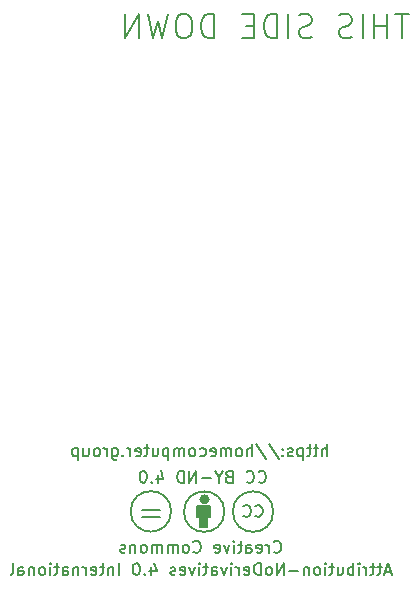
<source format=gbr>
%TF.GenerationSoftware,KiCad,Pcbnew,8.0.2*%
%TF.CreationDate,2024-05-01T18:58:11+02:00*%
%TF.ProjectId,OpenC64Cart,4f70656e-4336-4344-9361-72742e6b6963,2*%
%TF.SameCoordinates,Original*%
%TF.FileFunction,Legend,Bot*%
%TF.FilePolarity,Positive*%
%FSLAX46Y46*%
G04 Gerber Fmt 4.6, Leading zero omitted, Abs format (unit mm)*
G04 Created by KiCad (PCBNEW 8.0.2) date 2024-05-01 18:58:11*
%MOMM*%
%LPD*%
G01*
G04 APERTURE LIST*
%ADD10C,0.150000*%
%ADD11C,0.442151*%
G04 APERTURE END LIST*
D10*
X178950839Y-110474104D02*
X178474649Y-110474104D01*
X179046077Y-110759819D02*
X178712744Y-109759819D01*
X178712744Y-109759819D02*
X178379411Y-110759819D01*
X178188934Y-110093152D02*
X177807982Y-110093152D01*
X178046077Y-109759819D02*
X178046077Y-110616961D01*
X178046077Y-110616961D02*
X177998458Y-110712200D01*
X177998458Y-110712200D02*
X177903220Y-110759819D01*
X177903220Y-110759819D02*
X177807982Y-110759819D01*
X177617505Y-110093152D02*
X177236553Y-110093152D01*
X177474648Y-109759819D02*
X177474648Y-110616961D01*
X177474648Y-110616961D02*
X177427029Y-110712200D01*
X177427029Y-110712200D02*
X177331791Y-110759819D01*
X177331791Y-110759819D02*
X177236553Y-110759819D01*
X176903219Y-110759819D02*
X176903219Y-110093152D01*
X176903219Y-110283628D02*
X176855600Y-110188390D01*
X176855600Y-110188390D02*
X176807981Y-110140771D01*
X176807981Y-110140771D02*
X176712743Y-110093152D01*
X176712743Y-110093152D02*
X176617505Y-110093152D01*
X176284171Y-110759819D02*
X176284171Y-110093152D01*
X176284171Y-109759819D02*
X176331790Y-109807438D01*
X176331790Y-109807438D02*
X176284171Y-109855057D01*
X176284171Y-109855057D02*
X176236552Y-109807438D01*
X176236552Y-109807438D02*
X176284171Y-109759819D01*
X176284171Y-109759819D02*
X176284171Y-109855057D01*
X175807981Y-110759819D02*
X175807981Y-109759819D01*
X175807981Y-110140771D02*
X175712743Y-110093152D01*
X175712743Y-110093152D02*
X175522267Y-110093152D01*
X175522267Y-110093152D02*
X175427029Y-110140771D01*
X175427029Y-110140771D02*
X175379410Y-110188390D01*
X175379410Y-110188390D02*
X175331791Y-110283628D01*
X175331791Y-110283628D02*
X175331791Y-110569342D01*
X175331791Y-110569342D02*
X175379410Y-110664580D01*
X175379410Y-110664580D02*
X175427029Y-110712200D01*
X175427029Y-110712200D02*
X175522267Y-110759819D01*
X175522267Y-110759819D02*
X175712743Y-110759819D01*
X175712743Y-110759819D02*
X175807981Y-110712200D01*
X174474648Y-110093152D02*
X174474648Y-110759819D01*
X174903219Y-110093152D02*
X174903219Y-110616961D01*
X174903219Y-110616961D02*
X174855600Y-110712200D01*
X174855600Y-110712200D02*
X174760362Y-110759819D01*
X174760362Y-110759819D02*
X174617505Y-110759819D01*
X174617505Y-110759819D02*
X174522267Y-110712200D01*
X174522267Y-110712200D02*
X174474648Y-110664580D01*
X174141314Y-110093152D02*
X173760362Y-110093152D01*
X173998457Y-109759819D02*
X173998457Y-110616961D01*
X173998457Y-110616961D02*
X173950838Y-110712200D01*
X173950838Y-110712200D02*
X173855600Y-110759819D01*
X173855600Y-110759819D02*
X173760362Y-110759819D01*
X173427028Y-110759819D02*
X173427028Y-110093152D01*
X173427028Y-109759819D02*
X173474647Y-109807438D01*
X173474647Y-109807438D02*
X173427028Y-109855057D01*
X173427028Y-109855057D02*
X173379409Y-109807438D01*
X173379409Y-109807438D02*
X173427028Y-109759819D01*
X173427028Y-109759819D02*
X173427028Y-109855057D01*
X172807981Y-110759819D02*
X172903219Y-110712200D01*
X172903219Y-110712200D02*
X172950838Y-110664580D01*
X172950838Y-110664580D02*
X172998457Y-110569342D01*
X172998457Y-110569342D02*
X172998457Y-110283628D01*
X172998457Y-110283628D02*
X172950838Y-110188390D01*
X172950838Y-110188390D02*
X172903219Y-110140771D01*
X172903219Y-110140771D02*
X172807981Y-110093152D01*
X172807981Y-110093152D02*
X172665124Y-110093152D01*
X172665124Y-110093152D02*
X172569886Y-110140771D01*
X172569886Y-110140771D02*
X172522267Y-110188390D01*
X172522267Y-110188390D02*
X172474648Y-110283628D01*
X172474648Y-110283628D02*
X172474648Y-110569342D01*
X172474648Y-110569342D02*
X172522267Y-110664580D01*
X172522267Y-110664580D02*
X172569886Y-110712200D01*
X172569886Y-110712200D02*
X172665124Y-110759819D01*
X172665124Y-110759819D02*
X172807981Y-110759819D01*
X172046076Y-110093152D02*
X172046076Y-110759819D01*
X172046076Y-110188390D02*
X171998457Y-110140771D01*
X171998457Y-110140771D02*
X171903219Y-110093152D01*
X171903219Y-110093152D02*
X171760362Y-110093152D01*
X171760362Y-110093152D02*
X171665124Y-110140771D01*
X171665124Y-110140771D02*
X171617505Y-110236009D01*
X171617505Y-110236009D02*
X171617505Y-110759819D01*
X171141314Y-110378866D02*
X170379410Y-110378866D01*
X169903219Y-110759819D02*
X169903219Y-109759819D01*
X169903219Y-109759819D02*
X169331791Y-110759819D01*
X169331791Y-110759819D02*
X169331791Y-109759819D01*
X168712743Y-110759819D02*
X168807981Y-110712200D01*
X168807981Y-110712200D02*
X168855600Y-110664580D01*
X168855600Y-110664580D02*
X168903219Y-110569342D01*
X168903219Y-110569342D02*
X168903219Y-110283628D01*
X168903219Y-110283628D02*
X168855600Y-110188390D01*
X168855600Y-110188390D02*
X168807981Y-110140771D01*
X168807981Y-110140771D02*
X168712743Y-110093152D01*
X168712743Y-110093152D02*
X168569886Y-110093152D01*
X168569886Y-110093152D02*
X168474648Y-110140771D01*
X168474648Y-110140771D02*
X168427029Y-110188390D01*
X168427029Y-110188390D02*
X168379410Y-110283628D01*
X168379410Y-110283628D02*
X168379410Y-110569342D01*
X168379410Y-110569342D02*
X168427029Y-110664580D01*
X168427029Y-110664580D02*
X168474648Y-110712200D01*
X168474648Y-110712200D02*
X168569886Y-110759819D01*
X168569886Y-110759819D02*
X168712743Y-110759819D01*
X167950838Y-110759819D02*
X167950838Y-109759819D01*
X167950838Y-109759819D02*
X167712743Y-109759819D01*
X167712743Y-109759819D02*
X167569886Y-109807438D01*
X167569886Y-109807438D02*
X167474648Y-109902676D01*
X167474648Y-109902676D02*
X167427029Y-109997914D01*
X167427029Y-109997914D02*
X167379410Y-110188390D01*
X167379410Y-110188390D02*
X167379410Y-110331247D01*
X167379410Y-110331247D02*
X167427029Y-110521723D01*
X167427029Y-110521723D02*
X167474648Y-110616961D01*
X167474648Y-110616961D02*
X167569886Y-110712200D01*
X167569886Y-110712200D02*
X167712743Y-110759819D01*
X167712743Y-110759819D02*
X167950838Y-110759819D01*
X166569886Y-110712200D02*
X166665124Y-110759819D01*
X166665124Y-110759819D02*
X166855600Y-110759819D01*
X166855600Y-110759819D02*
X166950838Y-110712200D01*
X166950838Y-110712200D02*
X166998457Y-110616961D01*
X166998457Y-110616961D02*
X166998457Y-110236009D01*
X166998457Y-110236009D02*
X166950838Y-110140771D01*
X166950838Y-110140771D02*
X166855600Y-110093152D01*
X166855600Y-110093152D02*
X166665124Y-110093152D01*
X166665124Y-110093152D02*
X166569886Y-110140771D01*
X166569886Y-110140771D02*
X166522267Y-110236009D01*
X166522267Y-110236009D02*
X166522267Y-110331247D01*
X166522267Y-110331247D02*
X166998457Y-110426485D01*
X166093695Y-110759819D02*
X166093695Y-110093152D01*
X166093695Y-110283628D02*
X166046076Y-110188390D01*
X166046076Y-110188390D02*
X165998457Y-110140771D01*
X165998457Y-110140771D02*
X165903219Y-110093152D01*
X165903219Y-110093152D02*
X165807981Y-110093152D01*
X165474647Y-110759819D02*
X165474647Y-110093152D01*
X165474647Y-109759819D02*
X165522266Y-109807438D01*
X165522266Y-109807438D02*
X165474647Y-109855057D01*
X165474647Y-109855057D02*
X165427028Y-109807438D01*
X165427028Y-109807438D02*
X165474647Y-109759819D01*
X165474647Y-109759819D02*
X165474647Y-109855057D01*
X165093695Y-110093152D02*
X164855600Y-110759819D01*
X164855600Y-110759819D02*
X164617505Y-110093152D01*
X163807981Y-110759819D02*
X163807981Y-110236009D01*
X163807981Y-110236009D02*
X163855600Y-110140771D01*
X163855600Y-110140771D02*
X163950838Y-110093152D01*
X163950838Y-110093152D02*
X164141314Y-110093152D01*
X164141314Y-110093152D02*
X164236552Y-110140771D01*
X163807981Y-110712200D02*
X163903219Y-110759819D01*
X163903219Y-110759819D02*
X164141314Y-110759819D01*
X164141314Y-110759819D02*
X164236552Y-110712200D01*
X164236552Y-110712200D02*
X164284171Y-110616961D01*
X164284171Y-110616961D02*
X164284171Y-110521723D01*
X164284171Y-110521723D02*
X164236552Y-110426485D01*
X164236552Y-110426485D02*
X164141314Y-110378866D01*
X164141314Y-110378866D02*
X163903219Y-110378866D01*
X163903219Y-110378866D02*
X163807981Y-110331247D01*
X163474647Y-110093152D02*
X163093695Y-110093152D01*
X163331790Y-109759819D02*
X163331790Y-110616961D01*
X163331790Y-110616961D02*
X163284171Y-110712200D01*
X163284171Y-110712200D02*
X163188933Y-110759819D01*
X163188933Y-110759819D02*
X163093695Y-110759819D01*
X162760361Y-110759819D02*
X162760361Y-110093152D01*
X162760361Y-109759819D02*
X162807980Y-109807438D01*
X162807980Y-109807438D02*
X162760361Y-109855057D01*
X162760361Y-109855057D02*
X162712742Y-109807438D01*
X162712742Y-109807438D02*
X162760361Y-109759819D01*
X162760361Y-109759819D02*
X162760361Y-109855057D01*
X162379409Y-110093152D02*
X162141314Y-110759819D01*
X162141314Y-110759819D02*
X161903219Y-110093152D01*
X161141314Y-110712200D02*
X161236552Y-110759819D01*
X161236552Y-110759819D02*
X161427028Y-110759819D01*
X161427028Y-110759819D02*
X161522266Y-110712200D01*
X161522266Y-110712200D02*
X161569885Y-110616961D01*
X161569885Y-110616961D02*
X161569885Y-110236009D01*
X161569885Y-110236009D02*
X161522266Y-110140771D01*
X161522266Y-110140771D02*
X161427028Y-110093152D01*
X161427028Y-110093152D02*
X161236552Y-110093152D01*
X161236552Y-110093152D02*
X161141314Y-110140771D01*
X161141314Y-110140771D02*
X161093695Y-110236009D01*
X161093695Y-110236009D02*
X161093695Y-110331247D01*
X161093695Y-110331247D02*
X161569885Y-110426485D01*
X160712742Y-110712200D02*
X160617504Y-110759819D01*
X160617504Y-110759819D02*
X160427028Y-110759819D01*
X160427028Y-110759819D02*
X160331790Y-110712200D01*
X160331790Y-110712200D02*
X160284171Y-110616961D01*
X160284171Y-110616961D02*
X160284171Y-110569342D01*
X160284171Y-110569342D02*
X160331790Y-110474104D01*
X160331790Y-110474104D02*
X160427028Y-110426485D01*
X160427028Y-110426485D02*
X160569885Y-110426485D01*
X160569885Y-110426485D02*
X160665123Y-110378866D01*
X160665123Y-110378866D02*
X160712742Y-110283628D01*
X160712742Y-110283628D02*
X160712742Y-110236009D01*
X160712742Y-110236009D02*
X160665123Y-110140771D01*
X160665123Y-110140771D02*
X160569885Y-110093152D01*
X160569885Y-110093152D02*
X160427028Y-110093152D01*
X160427028Y-110093152D02*
X160331790Y-110140771D01*
X158665123Y-110093152D02*
X158665123Y-110759819D01*
X158903218Y-109712200D02*
X159141313Y-110426485D01*
X159141313Y-110426485D02*
X158522266Y-110426485D01*
X158141313Y-110664580D02*
X158093694Y-110712200D01*
X158093694Y-110712200D02*
X158141313Y-110759819D01*
X158141313Y-110759819D02*
X158188932Y-110712200D01*
X158188932Y-110712200D02*
X158141313Y-110664580D01*
X158141313Y-110664580D02*
X158141313Y-110759819D01*
X157474647Y-109759819D02*
X157379409Y-109759819D01*
X157379409Y-109759819D02*
X157284171Y-109807438D01*
X157284171Y-109807438D02*
X157236552Y-109855057D01*
X157236552Y-109855057D02*
X157188933Y-109950295D01*
X157188933Y-109950295D02*
X157141314Y-110140771D01*
X157141314Y-110140771D02*
X157141314Y-110378866D01*
X157141314Y-110378866D02*
X157188933Y-110569342D01*
X157188933Y-110569342D02*
X157236552Y-110664580D01*
X157236552Y-110664580D02*
X157284171Y-110712200D01*
X157284171Y-110712200D02*
X157379409Y-110759819D01*
X157379409Y-110759819D02*
X157474647Y-110759819D01*
X157474647Y-110759819D02*
X157569885Y-110712200D01*
X157569885Y-110712200D02*
X157617504Y-110664580D01*
X157617504Y-110664580D02*
X157665123Y-110569342D01*
X157665123Y-110569342D02*
X157712742Y-110378866D01*
X157712742Y-110378866D02*
X157712742Y-110140771D01*
X157712742Y-110140771D02*
X157665123Y-109950295D01*
X157665123Y-109950295D02*
X157617504Y-109855057D01*
X157617504Y-109855057D02*
X157569885Y-109807438D01*
X157569885Y-109807438D02*
X157474647Y-109759819D01*
X155950837Y-110759819D02*
X155950837Y-109759819D01*
X155474647Y-110093152D02*
X155474647Y-110759819D01*
X155474647Y-110188390D02*
X155427028Y-110140771D01*
X155427028Y-110140771D02*
X155331790Y-110093152D01*
X155331790Y-110093152D02*
X155188933Y-110093152D01*
X155188933Y-110093152D02*
X155093695Y-110140771D01*
X155093695Y-110140771D02*
X155046076Y-110236009D01*
X155046076Y-110236009D02*
X155046076Y-110759819D01*
X154712742Y-110093152D02*
X154331790Y-110093152D01*
X154569885Y-109759819D02*
X154569885Y-110616961D01*
X154569885Y-110616961D02*
X154522266Y-110712200D01*
X154522266Y-110712200D02*
X154427028Y-110759819D01*
X154427028Y-110759819D02*
X154331790Y-110759819D01*
X153617504Y-110712200D02*
X153712742Y-110759819D01*
X153712742Y-110759819D02*
X153903218Y-110759819D01*
X153903218Y-110759819D02*
X153998456Y-110712200D01*
X153998456Y-110712200D02*
X154046075Y-110616961D01*
X154046075Y-110616961D02*
X154046075Y-110236009D01*
X154046075Y-110236009D02*
X153998456Y-110140771D01*
X153998456Y-110140771D02*
X153903218Y-110093152D01*
X153903218Y-110093152D02*
X153712742Y-110093152D01*
X153712742Y-110093152D02*
X153617504Y-110140771D01*
X153617504Y-110140771D02*
X153569885Y-110236009D01*
X153569885Y-110236009D02*
X153569885Y-110331247D01*
X153569885Y-110331247D02*
X154046075Y-110426485D01*
X153141313Y-110759819D02*
X153141313Y-110093152D01*
X153141313Y-110283628D02*
X153093694Y-110188390D01*
X153093694Y-110188390D02*
X153046075Y-110140771D01*
X153046075Y-110140771D02*
X152950837Y-110093152D01*
X152950837Y-110093152D02*
X152855599Y-110093152D01*
X152522265Y-110093152D02*
X152522265Y-110759819D01*
X152522265Y-110188390D02*
X152474646Y-110140771D01*
X152474646Y-110140771D02*
X152379408Y-110093152D01*
X152379408Y-110093152D02*
X152236551Y-110093152D01*
X152236551Y-110093152D02*
X152141313Y-110140771D01*
X152141313Y-110140771D02*
X152093694Y-110236009D01*
X152093694Y-110236009D02*
X152093694Y-110759819D01*
X151188932Y-110759819D02*
X151188932Y-110236009D01*
X151188932Y-110236009D02*
X151236551Y-110140771D01*
X151236551Y-110140771D02*
X151331789Y-110093152D01*
X151331789Y-110093152D02*
X151522265Y-110093152D01*
X151522265Y-110093152D02*
X151617503Y-110140771D01*
X151188932Y-110712200D02*
X151284170Y-110759819D01*
X151284170Y-110759819D02*
X151522265Y-110759819D01*
X151522265Y-110759819D02*
X151617503Y-110712200D01*
X151617503Y-110712200D02*
X151665122Y-110616961D01*
X151665122Y-110616961D02*
X151665122Y-110521723D01*
X151665122Y-110521723D02*
X151617503Y-110426485D01*
X151617503Y-110426485D02*
X151522265Y-110378866D01*
X151522265Y-110378866D02*
X151284170Y-110378866D01*
X151284170Y-110378866D02*
X151188932Y-110331247D01*
X150855598Y-110093152D02*
X150474646Y-110093152D01*
X150712741Y-109759819D02*
X150712741Y-110616961D01*
X150712741Y-110616961D02*
X150665122Y-110712200D01*
X150665122Y-110712200D02*
X150569884Y-110759819D01*
X150569884Y-110759819D02*
X150474646Y-110759819D01*
X150141312Y-110759819D02*
X150141312Y-110093152D01*
X150141312Y-109759819D02*
X150188931Y-109807438D01*
X150188931Y-109807438D02*
X150141312Y-109855057D01*
X150141312Y-109855057D02*
X150093693Y-109807438D01*
X150093693Y-109807438D02*
X150141312Y-109759819D01*
X150141312Y-109759819D02*
X150141312Y-109855057D01*
X149522265Y-110759819D02*
X149617503Y-110712200D01*
X149617503Y-110712200D02*
X149665122Y-110664580D01*
X149665122Y-110664580D02*
X149712741Y-110569342D01*
X149712741Y-110569342D02*
X149712741Y-110283628D01*
X149712741Y-110283628D02*
X149665122Y-110188390D01*
X149665122Y-110188390D02*
X149617503Y-110140771D01*
X149617503Y-110140771D02*
X149522265Y-110093152D01*
X149522265Y-110093152D02*
X149379408Y-110093152D01*
X149379408Y-110093152D02*
X149284170Y-110140771D01*
X149284170Y-110140771D02*
X149236551Y-110188390D01*
X149236551Y-110188390D02*
X149188932Y-110283628D01*
X149188932Y-110283628D02*
X149188932Y-110569342D01*
X149188932Y-110569342D02*
X149236551Y-110664580D01*
X149236551Y-110664580D02*
X149284170Y-110712200D01*
X149284170Y-110712200D02*
X149379408Y-110759819D01*
X149379408Y-110759819D02*
X149522265Y-110759819D01*
X148760360Y-110093152D02*
X148760360Y-110759819D01*
X148760360Y-110188390D02*
X148712741Y-110140771D01*
X148712741Y-110140771D02*
X148617503Y-110093152D01*
X148617503Y-110093152D02*
X148474646Y-110093152D01*
X148474646Y-110093152D02*
X148379408Y-110140771D01*
X148379408Y-110140771D02*
X148331789Y-110236009D01*
X148331789Y-110236009D02*
X148331789Y-110759819D01*
X147427027Y-110759819D02*
X147427027Y-110236009D01*
X147427027Y-110236009D02*
X147474646Y-110140771D01*
X147474646Y-110140771D02*
X147569884Y-110093152D01*
X147569884Y-110093152D02*
X147760360Y-110093152D01*
X147760360Y-110093152D02*
X147855598Y-110140771D01*
X147427027Y-110712200D02*
X147522265Y-110759819D01*
X147522265Y-110759819D02*
X147760360Y-110759819D01*
X147760360Y-110759819D02*
X147855598Y-110712200D01*
X147855598Y-110712200D02*
X147903217Y-110616961D01*
X147903217Y-110616961D02*
X147903217Y-110521723D01*
X147903217Y-110521723D02*
X147855598Y-110426485D01*
X147855598Y-110426485D02*
X147760360Y-110378866D01*
X147760360Y-110378866D02*
X147522265Y-110378866D01*
X147522265Y-110378866D02*
X147427027Y-110331247D01*
X146807979Y-110759819D02*
X146903217Y-110712200D01*
X146903217Y-110712200D02*
X146950836Y-110616961D01*
X146950836Y-110616961D02*
X146950836Y-109759819D01*
X164882133Y-105390000D02*
G75*
G02*
X161457867Y-105390000I-1712133J0D01*
G01*
X161457867Y-105390000D02*
G75*
G02*
X164882133Y-105390000I1712133J0D01*
G01*
X162600000Y-104915000D02*
X163680000Y-104915000D01*
X163680000Y-105835000D01*
X162600000Y-105835000D01*
X162600000Y-104915000D01*
G36*
X162600000Y-104915000D02*
G01*
X163680000Y-104915000D01*
X163680000Y-105835000D01*
X162600000Y-105835000D01*
X162600000Y-104915000D01*
G37*
X160372133Y-105370000D02*
G75*
G02*
X156947867Y-105370000I-1712133J0D01*
G01*
X156947867Y-105370000D02*
G75*
G02*
X160372133Y-105370000I1712133J0D01*
G01*
X169022133Y-105390000D02*
G75*
G02*
X165597867Y-105390000I-1712133J0D01*
G01*
X165597867Y-105390000D02*
G75*
G02*
X169022133Y-105390000I1712133J0D01*
G01*
D11*
X163421075Y-104350000D02*
G75*
G02*
X162978925Y-104350000I-221075J0D01*
G01*
X162978925Y-104350000D02*
G75*
G02*
X163421075Y-104350000I221075J0D01*
G01*
D10*
X162800000Y-105740000D02*
X163440000Y-105740000D01*
X163440000Y-106660000D01*
X162800000Y-106660000D01*
X162800000Y-105740000D01*
G36*
X162800000Y-105740000D02*
G01*
X163440000Y-105740000D01*
X163440000Y-106660000D01*
X162800000Y-106660000D01*
X162800000Y-105740000D01*
G37*
X169071429Y-108769580D02*
X169119048Y-108817200D01*
X169119048Y-108817200D02*
X169261905Y-108864819D01*
X169261905Y-108864819D02*
X169357143Y-108864819D01*
X169357143Y-108864819D02*
X169500000Y-108817200D01*
X169500000Y-108817200D02*
X169595238Y-108721961D01*
X169595238Y-108721961D02*
X169642857Y-108626723D01*
X169642857Y-108626723D02*
X169690476Y-108436247D01*
X169690476Y-108436247D02*
X169690476Y-108293390D01*
X169690476Y-108293390D02*
X169642857Y-108102914D01*
X169642857Y-108102914D02*
X169595238Y-108007676D01*
X169595238Y-108007676D02*
X169500000Y-107912438D01*
X169500000Y-107912438D02*
X169357143Y-107864819D01*
X169357143Y-107864819D02*
X169261905Y-107864819D01*
X169261905Y-107864819D02*
X169119048Y-107912438D01*
X169119048Y-107912438D02*
X169071429Y-107960057D01*
X168642857Y-108864819D02*
X168642857Y-108198152D01*
X168642857Y-108388628D02*
X168595238Y-108293390D01*
X168595238Y-108293390D02*
X168547619Y-108245771D01*
X168547619Y-108245771D02*
X168452381Y-108198152D01*
X168452381Y-108198152D02*
X168357143Y-108198152D01*
X167642857Y-108817200D02*
X167738095Y-108864819D01*
X167738095Y-108864819D02*
X167928571Y-108864819D01*
X167928571Y-108864819D02*
X168023809Y-108817200D01*
X168023809Y-108817200D02*
X168071428Y-108721961D01*
X168071428Y-108721961D02*
X168071428Y-108341009D01*
X168071428Y-108341009D02*
X168023809Y-108245771D01*
X168023809Y-108245771D02*
X167928571Y-108198152D01*
X167928571Y-108198152D02*
X167738095Y-108198152D01*
X167738095Y-108198152D02*
X167642857Y-108245771D01*
X167642857Y-108245771D02*
X167595238Y-108341009D01*
X167595238Y-108341009D02*
X167595238Y-108436247D01*
X167595238Y-108436247D02*
X168071428Y-108531485D01*
X166738095Y-108864819D02*
X166738095Y-108341009D01*
X166738095Y-108341009D02*
X166785714Y-108245771D01*
X166785714Y-108245771D02*
X166880952Y-108198152D01*
X166880952Y-108198152D02*
X167071428Y-108198152D01*
X167071428Y-108198152D02*
X167166666Y-108245771D01*
X166738095Y-108817200D02*
X166833333Y-108864819D01*
X166833333Y-108864819D02*
X167071428Y-108864819D01*
X167071428Y-108864819D02*
X167166666Y-108817200D01*
X167166666Y-108817200D02*
X167214285Y-108721961D01*
X167214285Y-108721961D02*
X167214285Y-108626723D01*
X167214285Y-108626723D02*
X167166666Y-108531485D01*
X167166666Y-108531485D02*
X167071428Y-108483866D01*
X167071428Y-108483866D02*
X166833333Y-108483866D01*
X166833333Y-108483866D02*
X166738095Y-108436247D01*
X166404761Y-108198152D02*
X166023809Y-108198152D01*
X166261904Y-107864819D02*
X166261904Y-108721961D01*
X166261904Y-108721961D02*
X166214285Y-108817200D01*
X166214285Y-108817200D02*
X166119047Y-108864819D01*
X166119047Y-108864819D02*
X166023809Y-108864819D01*
X165690475Y-108864819D02*
X165690475Y-108198152D01*
X165690475Y-107864819D02*
X165738094Y-107912438D01*
X165738094Y-107912438D02*
X165690475Y-107960057D01*
X165690475Y-107960057D02*
X165642856Y-107912438D01*
X165642856Y-107912438D02*
X165690475Y-107864819D01*
X165690475Y-107864819D02*
X165690475Y-107960057D01*
X165309523Y-108198152D02*
X165071428Y-108864819D01*
X165071428Y-108864819D02*
X164833333Y-108198152D01*
X164071428Y-108817200D02*
X164166666Y-108864819D01*
X164166666Y-108864819D02*
X164357142Y-108864819D01*
X164357142Y-108864819D02*
X164452380Y-108817200D01*
X164452380Y-108817200D02*
X164499999Y-108721961D01*
X164499999Y-108721961D02*
X164499999Y-108341009D01*
X164499999Y-108341009D02*
X164452380Y-108245771D01*
X164452380Y-108245771D02*
X164357142Y-108198152D01*
X164357142Y-108198152D02*
X164166666Y-108198152D01*
X164166666Y-108198152D02*
X164071428Y-108245771D01*
X164071428Y-108245771D02*
X164023809Y-108341009D01*
X164023809Y-108341009D02*
X164023809Y-108436247D01*
X164023809Y-108436247D02*
X164499999Y-108531485D01*
X162261904Y-108769580D02*
X162309523Y-108817200D01*
X162309523Y-108817200D02*
X162452380Y-108864819D01*
X162452380Y-108864819D02*
X162547618Y-108864819D01*
X162547618Y-108864819D02*
X162690475Y-108817200D01*
X162690475Y-108817200D02*
X162785713Y-108721961D01*
X162785713Y-108721961D02*
X162833332Y-108626723D01*
X162833332Y-108626723D02*
X162880951Y-108436247D01*
X162880951Y-108436247D02*
X162880951Y-108293390D01*
X162880951Y-108293390D02*
X162833332Y-108102914D01*
X162833332Y-108102914D02*
X162785713Y-108007676D01*
X162785713Y-108007676D02*
X162690475Y-107912438D01*
X162690475Y-107912438D02*
X162547618Y-107864819D01*
X162547618Y-107864819D02*
X162452380Y-107864819D01*
X162452380Y-107864819D02*
X162309523Y-107912438D01*
X162309523Y-107912438D02*
X162261904Y-107960057D01*
X161690475Y-108864819D02*
X161785713Y-108817200D01*
X161785713Y-108817200D02*
X161833332Y-108769580D01*
X161833332Y-108769580D02*
X161880951Y-108674342D01*
X161880951Y-108674342D02*
X161880951Y-108388628D01*
X161880951Y-108388628D02*
X161833332Y-108293390D01*
X161833332Y-108293390D02*
X161785713Y-108245771D01*
X161785713Y-108245771D02*
X161690475Y-108198152D01*
X161690475Y-108198152D02*
X161547618Y-108198152D01*
X161547618Y-108198152D02*
X161452380Y-108245771D01*
X161452380Y-108245771D02*
X161404761Y-108293390D01*
X161404761Y-108293390D02*
X161357142Y-108388628D01*
X161357142Y-108388628D02*
X161357142Y-108674342D01*
X161357142Y-108674342D02*
X161404761Y-108769580D01*
X161404761Y-108769580D02*
X161452380Y-108817200D01*
X161452380Y-108817200D02*
X161547618Y-108864819D01*
X161547618Y-108864819D02*
X161690475Y-108864819D01*
X160928570Y-108864819D02*
X160928570Y-108198152D01*
X160928570Y-108293390D02*
X160880951Y-108245771D01*
X160880951Y-108245771D02*
X160785713Y-108198152D01*
X160785713Y-108198152D02*
X160642856Y-108198152D01*
X160642856Y-108198152D02*
X160547618Y-108245771D01*
X160547618Y-108245771D02*
X160499999Y-108341009D01*
X160499999Y-108341009D02*
X160499999Y-108864819D01*
X160499999Y-108341009D02*
X160452380Y-108245771D01*
X160452380Y-108245771D02*
X160357142Y-108198152D01*
X160357142Y-108198152D02*
X160214285Y-108198152D01*
X160214285Y-108198152D02*
X160119046Y-108245771D01*
X160119046Y-108245771D02*
X160071427Y-108341009D01*
X160071427Y-108341009D02*
X160071427Y-108864819D01*
X159595237Y-108864819D02*
X159595237Y-108198152D01*
X159595237Y-108293390D02*
X159547618Y-108245771D01*
X159547618Y-108245771D02*
X159452380Y-108198152D01*
X159452380Y-108198152D02*
X159309523Y-108198152D01*
X159309523Y-108198152D02*
X159214285Y-108245771D01*
X159214285Y-108245771D02*
X159166666Y-108341009D01*
X159166666Y-108341009D02*
X159166666Y-108864819D01*
X159166666Y-108341009D02*
X159119047Y-108245771D01*
X159119047Y-108245771D02*
X159023809Y-108198152D01*
X159023809Y-108198152D02*
X158880952Y-108198152D01*
X158880952Y-108198152D02*
X158785713Y-108245771D01*
X158785713Y-108245771D02*
X158738094Y-108341009D01*
X158738094Y-108341009D02*
X158738094Y-108864819D01*
X158119047Y-108864819D02*
X158214285Y-108817200D01*
X158214285Y-108817200D02*
X158261904Y-108769580D01*
X158261904Y-108769580D02*
X158309523Y-108674342D01*
X158309523Y-108674342D02*
X158309523Y-108388628D01*
X158309523Y-108388628D02*
X158261904Y-108293390D01*
X158261904Y-108293390D02*
X158214285Y-108245771D01*
X158214285Y-108245771D02*
X158119047Y-108198152D01*
X158119047Y-108198152D02*
X157976190Y-108198152D01*
X157976190Y-108198152D02*
X157880952Y-108245771D01*
X157880952Y-108245771D02*
X157833333Y-108293390D01*
X157833333Y-108293390D02*
X157785714Y-108388628D01*
X157785714Y-108388628D02*
X157785714Y-108674342D01*
X157785714Y-108674342D02*
X157833333Y-108769580D01*
X157833333Y-108769580D02*
X157880952Y-108817200D01*
X157880952Y-108817200D02*
X157976190Y-108864819D01*
X157976190Y-108864819D02*
X158119047Y-108864819D01*
X157357142Y-108198152D02*
X157357142Y-108864819D01*
X157357142Y-108293390D02*
X157309523Y-108245771D01*
X157309523Y-108245771D02*
X157214285Y-108198152D01*
X157214285Y-108198152D02*
X157071428Y-108198152D01*
X157071428Y-108198152D02*
X156976190Y-108245771D01*
X156976190Y-108245771D02*
X156928571Y-108341009D01*
X156928571Y-108341009D02*
X156928571Y-108864819D01*
X156499999Y-108817200D02*
X156404761Y-108864819D01*
X156404761Y-108864819D02*
X156214285Y-108864819D01*
X156214285Y-108864819D02*
X156119047Y-108817200D01*
X156119047Y-108817200D02*
X156071428Y-108721961D01*
X156071428Y-108721961D02*
X156071428Y-108674342D01*
X156071428Y-108674342D02*
X156119047Y-108579104D01*
X156119047Y-108579104D02*
X156214285Y-108531485D01*
X156214285Y-108531485D02*
X156357142Y-108531485D01*
X156357142Y-108531485D02*
X156452380Y-108483866D01*
X156452380Y-108483866D02*
X156499999Y-108388628D01*
X156499999Y-108388628D02*
X156499999Y-108341009D01*
X156499999Y-108341009D02*
X156452380Y-108245771D01*
X156452380Y-108245771D02*
X156357142Y-108198152D01*
X156357142Y-108198152D02*
X156214285Y-108198152D01*
X156214285Y-108198152D02*
X156119047Y-108245771D01*
X180492857Y-63287438D02*
X179350000Y-63287438D01*
X179921429Y-65287438D02*
X179921429Y-63287438D01*
X178683333Y-65287438D02*
X178683333Y-63287438D01*
X178683333Y-64239819D02*
X177540476Y-64239819D01*
X177540476Y-65287438D02*
X177540476Y-63287438D01*
X176588095Y-65287438D02*
X176588095Y-63287438D01*
X175730952Y-65192200D02*
X175445238Y-65287438D01*
X175445238Y-65287438D02*
X174969047Y-65287438D01*
X174969047Y-65287438D02*
X174778571Y-65192200D01*
X174778571Y-65192200D02*
X174683333Y-65096961D01*
X174683333Y-65096961D02*
X174588095Y-64906485D01*
X174588095Y-64906485D02*
X174588095Y-64716009D01*
X174588095Y-64716009D02*
X174683333Y-64525533D01*
X174683333Y-64525533D02*
X174778571Y-64430295D01*
X174778571Y-64430295D02*
X174969047Y-64335057D01*
X174969047Y-64335057D02*
X175350000Y-64239819D01*
X175350000Y-64239819D02*
X175540476Y-64144580D01*
X175540476Y-64144580D02*
X175635714Y-64049342D01*
X175635714Y-64049342D02*
X175730952Y-63858866D01*
X175730952Y-63858866D02*
X175730952Y-63668390D01*
X175730952Y-63668390D02*
X175635714Y-63477914D01*
X175635714Y-63477914D02*
X175540476Y-63382676D01*
X175540476Y-63382676D02*
X175350000Y-63287438D01*
X175350000Y-63287438D02*
X174873809Y-63287438D01*
X174873809Y-63287438D02*
X174588095Y-63382676D01*
X172302380Y-65192200D02*
X172016666Y-65287438D01*
X172016666Y-65287438D02*
X171540475Y-65287438D01*
X171540475Y-65287438D02*
X171349999Y-65192200D01*
X171349999Y-65192200D02*
X171254761Y-65096961D01*
X171254761Y-65096961D02*
X171159523Y-64906485D01*
X171159523Y-64906485D02*
X171159523Y-64716009D01*
X171159523Y-64716009D02*
X171254761Y-64525533D01*
X171254761Y-64525533D02*
X171349999Y-64430295D01*
X171349999Y-64430295D02*
X171540475Y-64335057D01*
X171540475Y-64335057D02*
X171921428Y-64239819D01*
X171921428Y-64239819D02*
X172111904Y-64144580D01*
X172111904Y-64144580D02*
X172207142Y-64049342D01*
X172207142Y-64049342D02*
X172302380Y-63858866D01*
X172302380Y-63858866D02*
X172302380Y-63668390D01*
X172302380Y-63668390D02*
X172207142Y-63477914D01*
X172207142Y-63477914D02*
X172111904Y-63382676D01*
X172111904Y-63382676D02*
X171921428Y-63287438D01*
X171921428Y-63287438D02*
X171445237Y-63287438D01*
X171445237Y-63287438D02*
X171159523Y-63382676D01*
X170302380Y-65287438D02*
X170302380Y-63287438D01*
X169349999Y-65287438D02*
X169349999Y-63287438D01*
X169349999Y-63287438D02*
X168873809Y-63287438D01*
X168873809Y-63287438D02*
X168588094Y-63382676D01*
X168588094Y-63382676D02*
X168397618Y-63573152D01*
X168397618Y-63573152D02*
X168302380Y-63763628D01*
X168302380Y-63763628D02*
X168207142Y-64144580D01*
X168207142Y-64144580D02*
X168207142Y-64430295D01*
X168207142Y-64430295D02*
X168302380Y-64811247D01*
X168302380Y-64811247D02*
X168397618Y-65001723D01*
X168397618Y-65001723D02*
X168588094Y-65192200D01*
X168588094Y-65192200D02*
X168873809Y-65287438D01*
X168873809Y-65287438D02*
X169349999Y-65287438D01*
X167349999Y-64239819D02*
X166683332Y-64239819D01*
X166397618Y-65287438D02*
X167349999Y-65287438D01*
X167349999Y-65287438D02*
X167349999Y-63287438D01*
X167349999Y-63287438D02*
X166397618Y-63287438D01*
X164016665Y-65287438D02*
X164016665Y-63287438D01*
X164016665Y-63287438D02*
X163540475Y-63287438D01*
X163540475Y-63287438D02*
X163254760Y-63382676D01*
X163254760Y-63382676D02*
X163064284Y-63573152D01*
X163064284Y-63573152D02*
X162969046Y-63763628D01*
X162969046Y-63763628D02*
X162873808Y-64144580D01*
X162873808Y-64144580D02*
X162873808Y-64430295D01*
X162873808Y-64430295D02*
X162969046Y-64811247D01*
X162969046Y-64811247D02*
X163064284Y-65001723D01*
X163064284Y-65001723D02*
X163254760Y-65192200D01*
X163254760Y-65192200D02*
X163540475Y-65287438D01*
X163540475Y-65287438D02*
X164016665Y-65287438D01*
X161635713Y-63287438D02*
X161254760Y-63287438D01*
X161254760Y-63287438D02*
X161064284Y-63382676D01*
X161064284Y-63382676D02*
X160873808Y-63573152D01*
X160873808Y-63573152D02*
X160778570Y-63954104D01*
X160778570Y-63954104D02*
X160778570Y-64620771D01*
X160778570Y-64620771D02*
X160873808Y-65001723D01*
X160873808Y-65001723D02*
X161064284Y-65192200D01*
X161064284Y-65192200D02*
X161254760Y-65287438D01*
X161254760Y-65287438D02*
X161635713Y-65287438D01*
X161635713Y-65287438D02*
X161826189Y-65192200D01*
X161826189Y-65192200D02*
X162016665Y-65001723D01*
X162016665Y-65001723D02*
X162111903Y-64620771D01*
X162111903Y-64620771D02*
X162111903Y-63954104D01*
X162111903Y-63954104D02*
X162016665Y-63573152D01*
X162016665Y-63573152D02*
X161826189Y-63382676D01*
X161826189Y-63382676D02*
X161635713Y-63287438D01*
X160111903Y-63287438D02*
X159635713Y-65287438D01*
X159635713Y-65287438D02*
X159254760Y-63858866D01*
X159254760Y-63858866D02*
X158873808Y-65287438D01*
X158873808Y-65287438D02*
X158397618Y-63287438D01*
X157635713Y-65287438D02*
X157635713Y-63287438D01*
X157635713Y-63287438D02*
X156492856Y-65287438D01*
X156492856Y-65287438D02*
X156492856Y-63287438D01*
X167774285Y-102849580D02*
X167821904Y-102897200D01*
X167821904Y-102897200D02*
X167964761Y-102944819D01*
X167964761Y-102944819D02*
X168059999Y-102944819D01*
X168059999Y-102944819D02*
X168202856Y-102897200D01*
X168202856Y-102897200D02*
X168298094Y-102801961D01*
X168298094Y-102801961D02*
X168345713Y-102706723D01*
X168345713Y-102706723D02*
X168393332Y-102516247D01*
X168393332Y-102516247D02*
X168393332Y-102373390D01*
X168393332Y-102373390D02*
X168345713Y-102182914D01*
X168345713Y-102182914D02*
X168298094Y-102087676D01*
X168298094Y-102087676D02*
X168202856Y-101992438D01*
X168202856Y-101992438D02*
X168059999Y-101944819D01*
X168059999Y-101944819D02*
X167964761Y-101944819D01*
X167964761Y-101944819D02*
X167821904Y-101992438D01*
X167821904Y-101992438D02*
X167774285Y-102040057D01*
X166774285Y-102849580D02*
X166821904Y-102897200D01*
X166821904Y-102897200D02*
X166964761Y-102944819D01*
X166964761Y-102944819D02*
X167059999Y-102944819D01*
X167059999Y-102944819D02*
X167202856Y-102897200D01*
X167202856Y-102897200D02*
X167298094Y-102801961D01*
X167298094Y-102801961D02*
X167345713Y-102706723D01*
X167345713Y-102706723D02*
X167393332Y-102516247D01*
X167393332Y-102516247D02*
X167393332Y-102373390D01*
X167393332Y-102373390D02*
X167345713Y-102182914D01*
X167345713Y-102182914D02*
X167298094Y-102087676D01*
X167298094Y-102087676D02*
X167202856Y-101992438D01*
X167202856Y-101992438D02*
X167059999Y-101944819D01*
X167059999Y-101944819D02*
X166964761Y-101944819D01*
X166964761Y-101944819D02*
X166821904Y-101992438D01*
X166821904Y-101992438D02*
X166774285Y-102040057D01*
X165250475Y-102421009D02*
X165107618Y-102468628D01*
X165107618Y-102468628D02*
X165059999Y-102516247D01*
X165059999Y-102516247D02*
X165012380Y-102611485D01*
X165012380Y-102611485D02*
X165012380Y-102754342D01*
X165012380Y-102754342D02*
X165059999Y-102849580D01*
X165059999Y-102849580D02*
X165107618Y-102897200D01*
X165107618Y-102897200D02*
X165202856Y-102944819D01*
X165202856Y-102944819D02*
X165583808Y-102944819D01*
X165583808Y-102944819D02*
X165583808Y-101944819D01*
X165583808Y-101944819D02*
X165250475Y-101944819D01*
X165250475Y-101944819D02*
X165155237Y-101992438D01*
X165155237Y-101992438D02*
X165107618Y-102040057D01*
X165107618Y-102040057D02*
X165059999Y-102135295D01*
X165059999Y-102135295D02*
X165059999Y-102230533D01*
X165059999Y-102230533D02*
X165107618Y-102325771D01*
X165107618Y-102325771D02*
X165155237Y-102373390D01*
X165155237Y-102373390D02*
X165250475Y-102421009D01*
X165250475Y-102421009D02*
X165583808Y-102421009D01*
X164393332Y-102468628D02*
X164393332Y-102944819D01*
X164726665Y-101944819D02*
X164393332Y-102468628D01*
X164393332Y-102468628D02*
X164059999Y-101944819D01*
X163726665Y-102563866D02*
X162964761Y-102563866D01*
X162488570Y-102944819D02*
X162488570Y-101944819D01*
X162488570Y-101944819D02*
X161917142Y-102944819D01*
X161917142Y-102944819D02*
X161917142Y-101944819D01*
X161440951Y-102944819D02*
X161440951Y-101944819D01*
X161440951Y-101944819D02*
X161202856Y-101944819D01*
X161202856Y-101944819D02*
X161059999Y-101992438D01*
X161059999Y-101992438D02*
X160964761Y-102087676D01*
X160964761Y-102087676D02*
X160917142Y-102182914D01*
X160917142Y-102182914D02*
X160869523Y-102373390D01*
X160869523Y-102373390D02*
X160869523Y-102516247D01*
X160869523Y-102516247D02*
X160917142Y-102706723D01*
X160917142Y-102706723D02*
X160964761Y-102801961D01*
X160964761Y-102801961D02*
X161059999Y-102897200D01*
X161059999Y-102897200D02*
X161202856Y-102944819D01*
X161202856Y-102944819D02*
X161440951Y-102944819D01*
X159250475Y-102278152D02*
X159250475Y-102944819D01*
X159488570Y-101897200D02*
X159726665Y-102611485D01*
X159726665Y-102611485D02*
X159107618Y-102611485D01*
X158726665Y-102849580D02*
X158679046Y-102897200D01*
X158679046Y-102897200D02*
X158726665Y-102944819D01*
X158726665Y-102944819D02*
X158774284Y-102897200D01*
X158774284Y-102897200D02*
X158726665Y-102849580D01*
X158726665Y-102849580D02*
X158726665Y-102944819D01*
X158059999Y-101944819D02*
X157964761Y-101944819D01*
X157964761Y-101944819D02*
X157869523Y-101992438D01*
X157869523Y-101992438D02*
X157821904Y-102040057D01*
X157821904Y-102040057D02*
X157774285Y-102135295D01*
X157774285Y-102135295D02*
X157726666Y-102325771D01*
X157726666Y-102325771D02*
X157726666Y-102563866D01*
X157726666Y-102563866D02*
X157774285Y-102754342D01*
X157774285Y-102754342D02*
X157821904Y-102849580D01*
X157821904Y-102849580D02*
X157869523Y-102897200D01*
X157869523Y-102897200D02*
X157964761Y-102944819D01*
X157964761Y-102944819D02*
X158059999Y-102944819D01*
X158059999Y-102944819D02*
X158155237Y-102897200D01*
X158155237Y-102897200D02*
X158202856Y-102849580D01*
X158202856Y-102849580D02*
X158250475Y-102754342D01*
X158250475Y-102754342D02*
X158298094Y-102563866D01*
X158298094Y-102563866D02*
X158298094Y-102325771D01*
X158298094Y-102325771D02*
X158250475Y-102135295D01*
X158250475Y-102135295D02*
X158202856Y-102040057D01*
X158202856Y-102040057D02*
X158155237Y-101992438D01*
X158155237Y-101992438D02*
X158059999Y-101944819D01*
X167500476Y-105749580D02*
X167548095Y-105797200D01*
X167548095Y-105797200D02*
X167690952Y-105844819D01*
X167690952Y-105844819D02*
X167786190Y-105844819D01*
X167786190Y-105844819D02*
X167929047Y-105797200D01*
X167929047Y-105797200D02*
X168024285Y-105701961D01*
X168024285Y-105701961D02*
X168071904Y-105606723D01*
X168071904Y-105606723D02*
X168119523Y-105416247D01*
X168119523Y-105416247D02*
X168119523Y-105273390D01*
X168119523Y-105273390D02*
X168071904Y-105082914D01*
X168071904Y-105082914D02*
X168024285Y-104987676D01*
X168024285Y-104987676D02*
X167929047Y-104892438D01*
X167929047Y-104892438D02*
X167786190Y-104844819D01*
X167786190Y-104844819D02*
X167690952Y-104844819D01*
X167690952Y-104844819D02*
X167548095Y-104892438D01*
X167548095Y-104892438D02*
X167500476Y-104940057D01*
X166500476Y-105749580D02*
X166548095Y-105797200D01*
X166548095Y-105797200D02*
X166690952Y-105844819D01*
X166690952Y-105844819D02*
X166786190Y-105844819D01*
X166786190Y-105844819D02*
X166929047Y-105797200D01*
X166929047Y-105797200D02*
X167024285Y-105701961D01*
X167024285Y-105701961D02*
X167071904Y-105606723D01*
X167071904Y-105606723D02*
X167119523Y-105416247D01*
X167119523Y-105416247D02*
X167119523Y-105273390D01*
X167119523Y-105273390D02*
X167071904Y-105082914D01*
X167071904Y-105082914D02*
X167024285Y-104987676D01*
X167024285Y-104987676D02*
X166929047Y-104892438D01*
X166929047Y-104892438D02*
X166786190Y-104844819D01*
X166786190Y-104844819D02*
X166690952Y-104844819D01*
X166690952Y-104844819D02*
X166548095Y-104892438D01*
X166548095Y-104892438D02*
X166500476Y-104940057D01*
X159421904Y-105239819D02*
X157898095Y-105239819D01*
X157898095Y-105811247D02*
X159421904Y-105811247D01*
X173573220Y-100689819D02*
X173573220Y-99689819D01*
X173144649Y-100689819D02*
X173144649Y-100166009D01*
X173144649Y-100166009D02*
X173192268Y-100070771D01*
X173192268Y-100070771D02*
X173287506Y-100023152D01*
X173287506Y-100023152D02*
X173430363Y-100023152D01*
X173430363Y-100023152D02*
X173525601Y-100070771D01*
X173525601Y-100070771D02*
X173573220Y-100118390D01*
X172811315Y-100023152D02*
X172430363Y-100023152D01*
X172668458Y-99689819D02*
X172668458Y-100546961D01*
X172668458Y-100546961D02*
X172620839Y-100642200D01*
X172620839Y-100642200D02*
X172525601Y-100689819D01*
X172525601Y-100689819D02*
X172430363Y-100689819D01*
X172239886Y-100023152D02*
X171858934Y-100023152D01*
X172097029Y-99689819D02*
X172097029Y-100546961D01*
X172097029Y-100546961D02*
X172049410Y-100642200D01*
X172049410Y-100642200D02*
X171954172Y-100689819D01*
X171954172Y-100689819D02*
X171858934Y-100689819D01*
X171525600Y-100023152D02*
X171525600Y-101023152D01*
X171525600Y-100070771D02*
X171430362Y-100023152D01*
X171430362Y-100023152D02*
X171239886Y-100023152D01*
X171239886Y-100023152D02*
X171144648Y-100070771D01*
X171144648Y-100070771D02*
X171097029Y-100118390D01*
X171097029Y-100118390D02*
X171049410Y-100213628D01*
X171049410Y-100213628D02*
X171049410Y-100499342D01*
X171049410Y-100499342D02*
X171097029Y-100594580D01*
X171097029Y-100594580D02*
X171144648Y-100642200D01*
X171144648Y-100642200D02*
X171239886Y-100689819D01*
X171239886Y-100689819D02*
X171430362Y-100689819D01*
X171430362Y-100689819D02*
X171525600Y-100642200D01*
X170668457Y-100642200D02*
X170573219Y-100689819D01*
X170573219Y-100689819D02*
X170382743Y-100689819D01*
X170382743Y-100689819D02*
X170287505Y-100642200D01*
X170287505Y-100642200D02*
X170239886Y-100546961D01*
X170239886Y-100546961D02*
X170239886Y-100499342D01*
X170239886Y-100499342D02*
X170287505Y-100404104D01*
X170287505Y-100404104D02*
X170382743Y-100356485D01*
X170382743Y-100356485D02*
X170525600Y-100356485D01*
X170525600Y-100356485D02*
X170620838Y-100308866D01*
X170620838Y-100308866D02*
X170668457Y-100213628D01*
X170668457Y-100213628D02*
X170668457Y-100166009D01*
X170668457Y-100166009D02*
X170620838Y-100070771D01*
X170620838Y-100070771D02*
X170525600Y-100023152D01*
X170525600Y-100023152D02*
X170382743Y-100023152D01*
X170382743Y-100023152D02*
X170287505Y-100070771D01*
X169811314Y-100594580D02*
X169763695Y-100642200D01*
X169763695Y-100642200D02*
X169811314Y-100689819D01*
X169811314Y-100689819D02*
X169858933Y-100642200D01*
X169858933Y-100642200D02*
X169811314Y-100594580D01*
X169811314Y-100594580D02*
X169811314Y-100689819D01*
X169811314Y-100070771D02*
X169763695Y-100118390D01*
X169763695Y-100118390D02*
X169811314Y-100166009D01*
X169811314Y-100166009D02*
X169858933Y-100118390D01*
X169858933Y-100118390D02*
X169811314Y-100070771D01*
X169811314Y-100070771D02*
X169811314Y-100166009D01*
X168620839Y-99642200D02*
X169477981Y-100927914D01*
X167573220Y-99642200D02*
X168430362Y-100927914D01*
X167239886Y-100689819D02*
X167239886Y-99689819D01*
X166811315Y-100689819D02*
X166811315Y-100166009D01*
X166811315Y-100166009D02*
X166858934Y-100070771D01*
X166858934Y-100070771D02*
X166954172Y-100023152D01*
X166954172Y-100023152D02*
X167097029Y-100023152D01*
X167097029Y-100023152D02*
X167192267Y-100070771D01*
X167192267Y-100070771D02*
X167239886Y-100118390D01*
X166192267Y-100689819D02*
X166287505Y-100642200D01*
X166287505Y-100642200D02*
X166335124Y-100594580D01*
X166335124Y-100594580D02*
X166382743Y-100499342D01*
X166382743Y-100499342D02*
X166382743Y-100213628D01*
X166382743Y-100213628D02*
X166335124Y-100118390D01*
X166335124Y-100118390D02*
X166287505Y-100070771D01*
X166287505Y-100070771D02*
X166192267Y-100023152D01*
X166192267Y-100023152D02*
X166049410Y-100023152D01*
X166049410Y-100023152D02*
X165954172Y-100070771D01*
X165954172Y-100070771D02*
X165906553Y-100118390D01*
X165906553Y-100118390D02*
X165858934Y-100213628D01*
X165858934Y-100213628D02*
X165858934Y-100499342D01*
X165858934Y-100499342D02*
X165906553Y-100594580D01*
X165906553Y-100594580D02*
X165954172Y-100642200D01*
X165954172Y-100642200D02*
X166049410Y-100689819D01*
X166049410Y-100689819D02*
X166192267Y-100689819D01*
X165430362Y-100689819D02*
X165430362Y-100023152D01*
X165430362Y-100118390D02*
X165382743Y-100070771D01*
X165382743Y-100070771D02*
X165287505Y-100023152D01*
X165287505Y-100023152D02*
X165144648Y-100023152D01*
X165144648Y-100023152D02*
X165049410Y-100070771D01*
X165049410Y-100070771D02*
X165001791Y-100166009D01*
X165001791Y-100166009D02*
X165001791Y-100689819D01*
X165001791Y-100166009D02*
X164954172Y-100070771D01*
X164954172Y-100070771D02*
X164858934Y-100023152D01*
X164858934Y-100023152D02*
X164716077Y-100023152D01*
X164716077Y-100023152D02*
X164620838Y-100070771D01*
X164620838Y-100070771D02*
X164573219Y-100166009D01*
X164573219Y-100166009D02*
X164573219Y-100689819D01*
X163716077Y-100642200D02*
X163811315Y-100689819D01*
X163811315Y-100689819D02*
X164001791Y-100689819D01*
X164001791Y-100689819D02*
X164097029Y-100642200D01*
X164097029Y-100642200D02*
X164144648Y-100546961D01*
X164144648Y-100546961D02*
X164144648Y-100166009D01*
X164144648Y-100166009D02*
X164097029Y-100070771D01*
X164097029Y-100070771D02*
X164001791Y-100023152D01*
X164001791Y-100023152D02*
X163811315Y-100023152D01*
X163811315Y-100023152D02*
X163716077Y-100070771D01*
X163716077Y-100070771D02*
X163668458Y-100166009D01*
X163668458Y-100166009D02*
X163668458Y-100261247D01*
X163668458Y-100261247D02*
X164144648Y-100356485D01*
X162811315Y-100642200D02*
X162906553Y-100689819D01*
X162906553Y-100689819D02*
X163097029Y-100689819D01*
X163097029Y-100689819D02*
X163192267Y-100642200D01*
X163192267Y-100642200D02*
X163239886Y-100594580D01*
X163239886Y-100594580D02*
X163287505Y-100499342D01*
X163287505Y-100499342D02*
X163287505Y-100213628D01*
X163287505Y-100213628D02*
X163239886Y-100118390D01*
X163239886Y-100118390D02*
X163192267Y-100070771D01*
X163192267Y-100070771D02*
X163097029Y-100023152D01*
X163097029Y-100023152D02*
X162906553Y-100023152D01*
X162906553Y-100023152D02*
X162811315Y-100070771D01*
X162239886Y-100689819D02*
X162335124Y-100642200D01*
X162335124Y-100642200D02*
X162382743Y-100594580D01*
X162382743Y-100594580D02*
X162430362Y-100499342D01*
X162430362Y-100499342D02*
X162430362Y-100213628D01*
X162430362Y-100213628D02*
X162382743Y-100118390D01*
X162382743Y-100118390D02*
X162335124Y-100070771D01*
X162335124Y-100070771D02*
X162239886Y-100023152D01*
X162239886Y-100023152D02*
X162097029Y-100023152D01*
X162097029Y-100023152D02*
X162001791Y-100070771D01*
X162001791Y-100070771D02*
X161954172Y-100118390D01*
X161954172Y-100118390D02*
X161906553Y-100213628D01*
X161906553Y-100213628D02*
X161906553Y-100499342D01*
X161906553Y-100499342D02*
X161954172Y-100594580D01*
X161954172Y-100594580D02*
X162001791Y-100642200D01*
X162001791Y-100642200D02*
X162097029Y-100689819D01*
X162097029Y-100689819D02*
X162239886Y-100689819D01*
X161477981Y-100689819D02*
X161477981Y-100023152D01*
X161477981Y-100118390D02*
X161430362Y-100070771D01*
X161430362Y-100070771D02*
X161335124Y-100023152D01*
X161335124Y-100023152D02*
X161192267Y-100023152D01*
X161192267Y-100023152D02*
X161097029Y-100070771D01*
X161097029Y-100070771D02*
X161049410Y-100166009D01*
X161049410Y-100166009D02*
X161049410Y-100689819D01*
X161049410Y-100166009D02*
X161001791Y-100070771D01*
X161001791Y-100070771D02*
X160906553Y-100023152D01*
X160906553Y-100023152D02*
X160763696Y-100023152D01*
X160763696Y-100023152D02*
X160668457Y-100070771D01*
X160668457Y-100070771D02*
X160620838Y-100166009D01*
X160620838Y-100166009D02*
X160620838Y-100689819D01*
X160144648Y-100023152D02*
X160144648Y-101023152D01*
X160144648Y-100070771D02*
X160049410Y-100023152D01*
X160049410Y-100023152D02*
X159858934Y-100023152D01*
X159858934Y-100023152D02*
X159763696Y-100070771D01*
X159763696Y-100070771D02*
X159716077Y-100118390D01*
X159716077Y-100118390D02*
X159668458Y-100213628D01*
X159668458Y-100213628D02*
X159668458Y-100499342D01*
X159668458Y-100499342D02*
X159716077Y-100594580D01*
X159716077Y-100594580D02*
X159763696Y-100642200D01*
X159763696Y-100642200D02*
X159858934Y-100689819D01*
X159858934Y-100689819D02*
X160049410Y-100689819D01*
X160049410Y-100689819D02*
X160144648Y-100642200D01*
X158811315Y-100023152D02*
X158811315Y-100689819D01*
X159239886Y-100023152D02*
X159239886Y-100546961D01*
X159239886Y-100546961D02*
X159192267Y-100642200D01*
X159192267Y-100642200D02*
X159097029Y-100689819D01*
X159097029Y-100689819D02*
X158954172Y-100689819D01*
X158954172Y-100689819D02*
X158858934Y-100642200D01*
X158858934Y-100642200D02*
X158811315Y-100594580D01*
X158477981Y-100023152D02*
X158097029Y-100023152D01*
X158335124Y-99689819D02*
X158335124Y-100546961D01*
X158335124Y-100546961D02*
X158287505Y-100642200D01*
X158287505Y-100642200D02*
X158192267Y-100689819D01*
X158192267Y-100689819D02*
X158097029Y-100689819D01*
X157382743Y-100642200D02*
X157477981Y-100689819D01*
X157477981Y-100689819D02*
X157668457Y-100689819D01*
X157668457Y-100689819D02*
X157763695Y-100642200D01*
X157763695Y-100642200D02*
X157811314Y-100546961D01*
X157811314Y-100546961D02*
X157811314Y-100166009D01*
X157811314Y-100166009D02*
X157763695Y-100070771D01*
X157763695Y-100070771D02*
X157668457Y-100023152D01*
X157668457Y-100023152D02*
X157477981Y-100023152D01*
X157477981Y-100023152D02*
X157382743Y-100070771D01*
X157382743Y-100070771D02*
X157335124Y-100166009D01*
X157335124Y-100166009D02*
X157335124Y-100261247D01*
X157335124Y-100261247D02*
X157811314Y-100356485D01*
X156906552Y-100689819D02*
X156906552Y-100023152D01*
X156906552Y-100213628D02*
X156858933Y-100118390D01*
X156858933Y-100118390D02*
X156811314Y-100070771D01*
X156811314Y-100070771D02*
X156716076Y-100023152D01*
X156716076Y-100023152D02*
X156620838Y-100023152D01*
X156287504Y-100594580D02*
X156239885Y-100642200D01*
X156239885Y-100642200D02*
X156287504Y-100689819D01*
X156287504Y-100689819D02*
X156335123Y-100642200D01*
X156335123Y-100642200D02*
X156287504Y-100594580D01*
X156287504Y-100594580D02*
X156287504Y-100689819D01*
X155382743Y-100023152D02*
X155382743Y-100832676D01*
X155382743Y-100832676D02*
X155430362Y-100927914D01*
X155430362Y-100927914D02*
X155477981Y-100975533D01*
X155477981Y-100975533D02*
X155573219Y-101023152D01*
X155573219Y-101023152D02*
X155716076Y-101023152D01*
X155716076Y-101023152D02*
X155811314Y-100975533D01*
X155382743Y-100642200D02*
X155477981Y-100689819D01*
X155477981Y-100689819D02*
X155668457Y-100689819D01*
X155668457Y-100689819D02*
X155763695Y-100642200D01*
X155763695Y-100642200D02*
X155811314Y-100594580D01*
X155811314Y-100594580D02*
X155858933Y-100499342D01*
X155858933Y-100499342D02*
X155858933Y-100213628D01*
X155858933Y-100213628D02*
X155811314Y-100118390D01*
X155811314Y-100118390D02*
X155763695Y-100070771D01*
X155763695Y-100070771D02*
X155668457Y-100023152D01*
X155668457Y-100023152D02*
X155477981Y-100023152D01*
X155477981Y-100023152D02*
X155382743Y-100070771D01*
X154906552Y-100689819D02*
X154906552Y-100023152D01*
X154906552Y-100213628D02*
X154858933Y-100118390D01*
X154858933Y-100118390D02*
X154811314Y-100070771D01*
X154811314Y-100070771D02*
X154716076Y-100023152D01*
X154716076Y-100023152D02*
X154620838Y-100023152D01*
X154144647Y-100689819D02*
X154239885Y-100642200D01*
X154239885Y-100642200D02*
X154287504Y-100594580D01*
X154287504Y-100594580D02*
X154335123Y-100499342D01*
X154335123Y-100499342D02*
X154335123Y-100213628D01*
X154335123Y-100213628D02*
X154287504Y-100118390D01*
X154287504Y-100118390D02*
X154239885Y-100070771D01*
X154239885Y-100070771D02*
X154144647Y-100023152D01*
X154144647Y-100023152D02*
X154001790Y-100023152D01*
X154001790Y-100023152D02*
X153906552Y-100070771D01*
X153906552Y-100070771D02*
X153858933Y-100118390D01*
X153858933Y-100118390D02*
X153811314Y-100213628D01*
X153811314Y-100213628D02*
X153811314Y-100499342D01*
X153811314Y-100499342D02*
X153858933Y-100594580D01*
X153858933Y-100594580D02*
X153906552Y-100642200D01*
X153906552Y-100642200D02*
X154001790Y-100689819D01*
X154001790Y-100689819D02*
X154144647Y-100689819D01*
X152954171Y-100023152D02*
X152954171Y-100689819D01*
X153382742Y-100023152D02*
X153382742Y-100546961D01*
X153382742Y-100546961D02*
X153335123Y-100642200D01*
X153335123Y-100642200D02*
X153239885Y-100689819D01*
X153239885Y-100689819D02*
X153097028Y-100689819D01*
X153097028Y-100689819D02*
X153001790Y-100642200D01*
X153001790Y-100642200D02*
X152954171Y-100594580D01*
X152477980Y-100023152D02*
X152477980Y-101023152D01*
X152477980Y-100070771D02*
X152382742Y-100023152D01*
X152382742Y-100023152D02*
X152192266Y-100023152D01*
X152192266Y-100023152D02*
X152097028Y-100070771D01*
X152097028Y-100070771D02*
X152049409Y-100118390D01*
X152049409Y-100118390D02*
X152001790Y-100213628D01*
X152001790Y-100213628D02*
X152001790Y-100499342D01*
X152001790Y-100499342D02*
X152049409Y-100594580D01*
X152049409Y-100594580D02*
X152097028Y-100642200D01*
X152097028Y-100642200D02*
X152192266Y-100689819D01*
X152192266Y-100689819D02*
X152382742Y-100689819D01*
X152382742Y-100689819D02*
X152477980Y-100642200D01*
M02*

</source>
